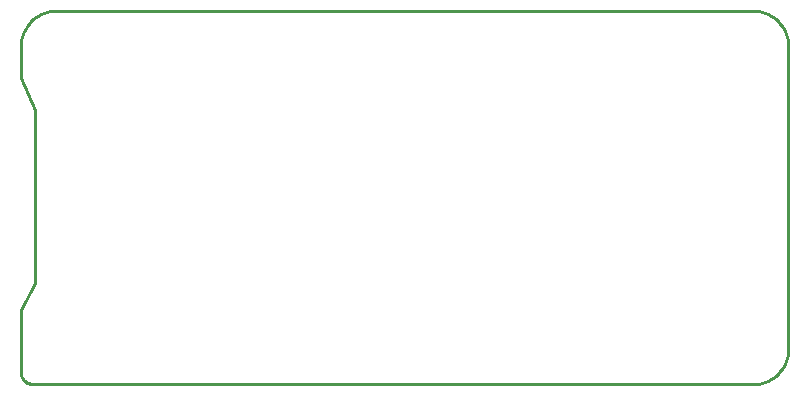
<source format=gbr>
G04 EAGLE Gerber RS-274X export*
G75*
%MOMM*%
%FSLAX34Y34*%
%LPD*%
%IN*%
%IPPOS*%
%AMOC8*
5,1,8,0,0,1.08239X$1,22.5*%
G01*
%ADD10C,0.254000*%


D10*
X-114935Y-23495D02*
X-114897Y-24367D01*
X-114783Y-25231D01*
X-114594Y-26083D01*
X-114332Y-26915D01*
X-113998Y-27721D01*
X-113595Y-28495D01*
X-113127Y-29231D01*
X-112595Y-29923D01*
X-112006Y-30566D01*
X-111363Y-31155D01*
X-110671Y-31687D01*
X-109935Y-32155D01*
X-109161Y-32558D01*
X-108355Y-32892D01*
X-107523Y-33154D01*
X-106671Y-33343D01*
X-105807Y-33457D01*
X-104935Y-33495D01*
X505065Y-33495D01*
X507680Y-33381D01*
X510274Y-33039D01*
X512830Y-32473D01*
X515326Y-31686D01*
X517744Y-30684D01*
X520065Y-29476D01*
X522272Y-28070D01*
X524349Y-26476D01*
X526278Y-24708D01*
X528046Y-22779D01*
X529640Y-20702D01*
X531046Y-18495D01*
X532254Y-16174D01*
X533256Y-13756D01*
X534043Y-11260D01*
X534609Y-8704D01*
X534951Y-6110D01*
X535065Y-3495D01*
X535065Y252505D01*
X534951Y255120D01*
X534609Y257714D01*
X534043Y260270D01*
X533256Y262766D01*
X532254Y265184D01*
X531046Y267505D01*
X529640Y269712D01*
X528046Y271789D01*
X526278Y273718D01*
X524349Y275486D01*
X522272Y277080D01*
X520065Y278486D01*
X517744Y279694D01*
X515326Y280696D01*
X512830Y281483D01*
X510274Y282049D01*
X507680Y282391D01*
X505065Y282505D01*
X-84935Y282505D01*
X-87550Y282391D01*
X-90144Y282049D01*
X-92700Y281483D01*
X-95196Y280696D01*
X-97614Y279694D01*
X-99935Y278486D01*
X-102142Y277080D01*
X-104219Y275486D01*
X-106148Y273718D01*
X-107916Y271789D01*
X-109510Y269712D01*
X-110916Y267505D01*
X-112124Y265184D01*
X-113126Y262766D01*
X-113913Y260270D01*
X-114479Y257714D01*
X-114821Y255120D01*
X-114935Y252505D01*
X-114935Y225505D01*
X-102935Y198505D01*
X-102935Y52505D01*
X-114935Y29505D01*
X-114935Y-23495D01*
M02*

</source>
